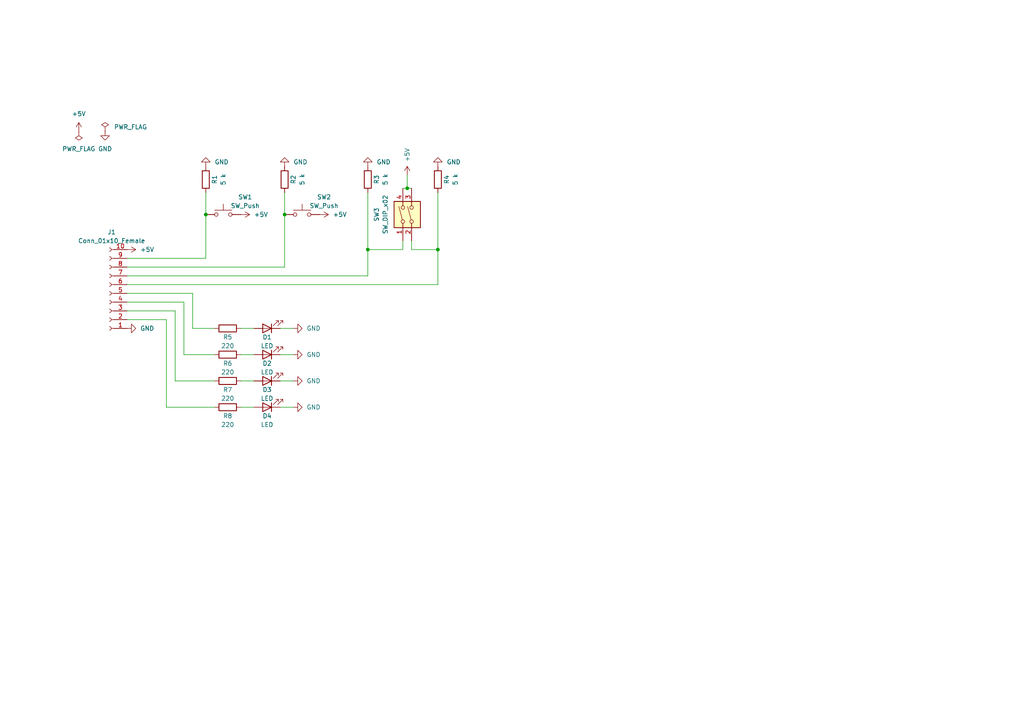
<source format=kicad_sch>
(kicad_sch (version 20211123) (generator eeschema)

  (uuid 3640103d-3380-4a5a-84bd-fdc9fa60027b)

  (paper "A4")

  (lib_symbols
    (symbol "Connector:Conn_01x10_Female" (pin_names (offset 1.016) hide) (in_bom yes) (on_board yes)
      (property "Reference" "J" (id 0) (at 0 12.7 0)
        (effects (font (size 1.27 1.27)))
      )
      (property "Value" "Conn_01x10_Female" (id 1) (at 0 -15.24 0)
        (effects (font (size 1.27 1.27)))
      )
      (property "Footprint" "" (id 2) (at 0 0 0)
        (effects (font (size 1.27 1.27)) hide)
      )
      (property "Datasheet" "~" (id 3) (at 0 0 0)
        (effects (font (size 1.27 1.27)) hide)
      )
      (property "ki_keywords" "connector" (id 4) (at 0 0 0)
        (effects (font (size 1.27 1.27)) hide)
      )
      (property "ki_description" "Generic connector, single row, 01x10, script generated (kicad-library-utils/schlib/autogen/connector/)" (id 5) (at 0 0 0)
        (effects (font (size 1.27 1.27)) hide)
      )
      (property "ki_fp_filters" "Connector*:*_1x??_*" (id 6) (at 0 0 0)
        (effects (font (size 1.27 1.27)) hide)
      )
      (symbol "Conn_01x10_Female_1_1"
        (arc (start 0 -12.192) (mid -0.508 -12.7) (end 0 -13.208)
          (stroke (width 0.1524) (type default) (color 0 0 0 0))
          (fill (type none))
        )
        (arc (start 0 -9.652) (mid -0.508 -10.16) (end 0 -10.668)
          (stroke (width 0.1524) (type default) (color 0 0 0 0))
          (fill (type none))
        )
        (arc (start 0 -7.112) (mid -0.508 -7.62) (end 0 -8.128)
          (stroke (width 0.1524) (type default) (color 0 0 0 0))
          (fill (type none))
        )
        (arc (start 0 -4.572) (mid -0.508 -5.08) (end 0 -5.588)
          (stroke (width 0.1524) (type default) (color 0 0 0 0))
          (fill (type none))
        )
        (arc (start 0 -2.032) (mid -0.508 -2.54) (end 0 -3.048)
          (stroke (width 0.1524) (type default) (color 0 0 0 0))
          (fill (type none))
        )
        (polyline
          (pts
            (xy -1.27 -12.7)
            (xy -0.508 -12.7)
          )
          (stroke (width 0.1524) (type default) (color 0 0 0 0))
          (fill (type none))
        )
        (polyline
          (pts
            (xy -1.27 -10.16)
            (xy -0.508 -10.16)
          )
          (stroke (width 0.1524) (type default) (color 0 0 0 0))
          (fill (type none))
        )
        (polyline
          (pts
            (xy -1.27 -7.62)
            (xy -0.508 -7.62)
          )
          (stroke (width 0.1524) (type default) (color 0 0 0 0))
          (fill (type none))
        )
        (polyline
          (pts
            (xy -1.27 -5.08)
            (xy -0.508 -5.08)
          )
          (stroke (width 0.1524) (type default) (color 0 0 0 0))
          (fill (type none))
        )
        (polyline
          (pts
            (xy -1.27 -2.54)
            (xy -0.508 -2.54)
          )
          (stroke (width 0.1524) (type default) (color 0 0 0 0))
          (fill (type none))
        )
        (polyline
          (pts
            (xy -1.27 0)
            (xy -0.508 0)
          )
          (stroke (width 0.1524) (type default) (color 0 0 0 0))
          (fill (type none))
        )
        (polyline
          (pts
            (xy -1.27 2.54)
            (xy -0.508 2.54)
          )
          (stroke (width 0.1524) (type default) (color 0 0 0 0))
          (fill (type none))
        )
        (polyline
          (pts
            (xy -1.27 5.08)
            (xy -0.508 5.08)
          )
          (stroke (width 0.1524) (type default) (color 0 0 0 0))
          (fill (type none))
        )
        (polyline
          (pts
            (xy -1.27 7.62)
            (xy -0.508 7.62)
          )
          (stroke (width 0.1524) (type default) (color 0 0 0 0))
          (fill (type none))
        )
        (polyline
          (pts
            (xy -1.27 10.16)
            (xy -0.508 10.16)
          )
          (stroke (width 0.1524) (type default) (color 0 0 0 0))
          (fill (type none))
        )
        (arc (start 0 0.508) (mid -0.508 0) (end 0 -0.508)
          (stroke (width 0.1524) (type default) (color 0 0 0 0))
          (fill (type none))
        )
        (arc (start 0 3.048) (mid -0.508 2.54) (end 0 2.032)
          (stroke (width 0.1524) (type default) (color 0 0 0 0))
          (fill (type none))
        )
        (arc (start 0 5.588) (mid -0.508 5.08) (end 0 4.572)
          (stroke (width 0.1524) (type default) (color 0 0 0 0))
          (fill (type none))
        )
        (arc (start 0 8.128) (mid -0.508 7.62) (end 0 7.112)
          (stroke (width 0.1524) (type default) (color 0 0 0 0))
          (fill (type none))
        )
        (arc (start 0 10.668) (mid -0.508 10.16) (end 0 9.652)
          (stroke (width 0.1524) (type default) (color 0 0 0 0))
          (fill (type none))
        )
        (pin passive line (at -5.08 10.16 0) (length 3.81)
          (name "Pin_1" (effects (font (size 1.27 1.27))))
          (number "1" (effects (font (size 1.27 1.27))))
        )
        (pin passive line (at -5.08 -12.7 0) (length 3.81)
          (name "Pin_10" (effects (font (size 1.27 1.27))))
          (number "10" (effects (font (size 1.27 1.27))))
        )
        (pin passive line (at -5.08 7.62 0) (length 3.81)
          (name "Pin_2" (effects (font (size 1.27 1.27))))
          (number "2" (effects (font (size 1.27 1.27))))
        )
        (pin passive line (at -5.08 5.08 0) (length 3.81)
          (name "Pin_3" (effects (font (size 1.27 1.27))))
          (number "3" (effects (font (size 1.27 1.27))))
        )
        (pin passive line (at -5.08 2.54 0) (length 3.81)
          (name "Pin_4" (effects (font (size 1.27 1.27))))
          (number "4" (effects (font (size 1.27 1.27))))
        )
        (pin passive line (at -5.08 0 0) (length 3.81)
          (name "Pin_5" (effects (font (size 1.27 1.27))))
          (number "5" (effects (font (size 1.27 1.27))))
        )
        (pin passive line (at -5.08 -2.54 0) (length 3.81)
          (name "Pin_6" (effects (font (size 1.27 1.27))))
          (number "6" (effects (font (size 1.27 1.27))))
        )
        (pin passive line (at -5.08 -5.08 0) (length 3.81)
          (name "Pin_7" (effects (font (size 1.27 1.27))))
          (number "7" (effects (font (size 1.27 1.27))))
        )
        (pin passive line (at -5.08 -7.62 0) (length 3.81)
          (name "Pin_8" (effects (font (size 1.27 1.27))))
          (number "8" (effects (font (size 1.27 1.27))))
        )
        (pin passive line (at -5.08 -10.16 0) (length 3.81)
          (name "Pin_9" (effects (font (size 1.27 1.27))))
          (number "9" (effects (font (size 1.27 1.27))))
        )
      )
    )
    (symbol "Device:LED" (pin_numbers hide) (pin_names (offset 1.016) hide) (in_bom yes) (on_board yes)
      (property "Reference" "D" (id 0) (at 0 2.54 0)
        (effects (font (size 1.27 1.27)))
      )
      (property "Value" "LED" (id 1) (at 0 -2.54 0)
        (effects (font (size 1.27 1.27)))
      )
      (property "Footprint" "" (id 2) (at 0 0 0)
        (effects (font (size 1.27 1.27)) hide)
      )
      (property "Datasheet" "~" (id 3) (at 0 0 0)
        (effects (font (size 1.27 1.27)) hide)
      )
      (property "ki_keywords" "LED diode" (id 4) (at 0 0 0)
        (effects (font (size 1.27 1.27)) hide)
      )
      (property "ki_description" "Light emitting diode" (id 5) (at 0 0 0)
        (effects (font (size 1.27 1.27)) hide)
      )
      (property "ki_fp_filters" "LED* LED_SMD:* LED_THT:*" (id 6) (at 0 0 0)
        (effects (font (size 1.27 1.27)) hide)
      )
      (symbol "LED_0_1"
        (polyline
          (pts
            (xy -1.27 -1.27)
            (xy -1.27 1.27)
          )
          (stroke (width 0.254) (type default) (color 0 0 0 0))
          (fill (type none))
        )
        (polyline
          (pts
            (xy -1.27 0)
            (xy 1.27 0)
          )
          (stroke (width 0) (type default) (color 0 0 0 0))
          (fill (type none))
        )
        (polyline
          (pts
            (xy 1.27 -1.27)
            (xy 1.27 1.27)
            (xy -1.27 0)
            (xy 1.27 -1.27)
          )
          (stroke (width 0.254) (type default) (color 0 0 0 0))
          (fill (type none))
        )
        (polyline
          (pts
            (xy -3.048 -0.762)
            (xy -4.572 -2.286)
            (xy -3.81 -2.286)
            (xy -4.572 -2.286)
            (xy -4.572 -1.524)
          )
          (stroke (width 0) (type default) (color 0 0 0 0))
          (fill (type none))
        )
        (polyline
          (pts
            (xy -1.778 -0.762)
            (xy -3.302 -2.286)
            (xy -2.54 -2.286)
            (xy -3.302 -2.286)
            (xy -3.302 -1.524)
          )
          (stroke (width 0) (type default) (color 0 0 0 0))
          (fill (type none))
        )
      )
      (symbol "LED_1_1"
        (pin passive line (at -3.81 0 0) (length 2.54)
          (name "K" (effects (font (size 1.27 1.27))))
          (number "1" (effects (font (size 1.27 1.27))))
        )
        (pin passive line (at 3.81 0 180) (length 2.54)
          (name "A" (effects (font (size 1.27 1.27))))
          (number "2" (effects (font (size 1.27 1.27))))
        )
      )
    )
    (symbol "Device:R" (pin_numbers hide) (pin_names (offset 0)) (in_bom yes) (on_board yes)
      (property "Reference" "R" (id 0) (at 2.032 0 90)
        (effects (font (size 1.27 1.27)))
      )
      (property "Value" "R" (id 1) (at 0 0 90)
        (effects (font (size 1.27 1.27)))
      )
      (property "Footprint" "" (id 2) (at -1.778 0 90)
        (effects (font (size 1.27 1.27)) hide)
      )
      (property "Datasheet" "~" (id 3) (at 0 0 0)
        (effects (font (size 1.27 1.27)) hide)
      )
      (property "ki_keywords" "R res resistor" (id 4) (at 0 0 0)
        (effects (font (size 1.27 1.27)) hide)
      )
      (property "ki_description" "Resistor" (id 5) (at 0 0 0)
        (effects (font (size 1.27 1.27)) hide)
      )
      (property "ki_fp_filters" "R_*" (id 6) (at 0 0 0)
        (effects (font (size 1.27 1.27)) hide)
      )
      (symbol "R_0_1"
        (rectangle (start -1.016 -2.54) (end 1.016 2.54)
          (stroke (width 0.254) (type default) (color 0 0 0 0))
          (fill (type none))
        )
      )
      (symbol "R_1_1"
        (pin passive line (at 0 3.81 270) (length 1.27)
          (name "~" (effects (font (size 1.27 1.27))))
          (number "1" (effects (font (size 1.27 1.27))))
        )
        (pin passive line (at 0 -3.81 90) (length 1.27)
          (name "~" (effects (font (size 1.27 1.27))))
          (number "2" (effects (font (size 1.27 1.27))))
        )
      )
    )
    (symbol "Switch:SW_DIP_x02" (pin_names (offset 0) hide) (in_bom yes) (on_board yes)
      (property "Reference" "SW" (id 0) (at 0 6.35 0)
        (effects (font (size 1.27 1.27)))
      )
      (property "Value" "SW_DIP_x02" (id 1) (at 0 -3.81 0)
        (effects (font (size 1.27 1.27)))
      )
      (property "Footprint" "" (id 2) (at 0 0 0)
        (effects (font (size 1.27 1.27)) hide)
      )
      (property "Datasheet" "~" (id 3) (at 0 0 0)
        (effects (font (size 1.27 1.27)) hide)
      )
      (property "ki_keywords" "dip switch" (id 4) (at 0 0 0)
        (effects (font (size 1.27 1.27)) hide)
      )
      (property "ki_description" "2x DIP Switch, Single Pole Single Throw (SPST) switch, small symbol" (id 5) (at 0 0 0)
        (effects (font (size 1.27 1.27)) hide)
      )
      (property "ki_fp_filters" "SW?DIP?x2*" (id 6) (at 0 0 0)
        (effects (font (size 1.27 1.27)) hide)
      )
      (symbol "SW_DIP_x02_0_0"
        (circle (center -2.032 0) (radius 0.508)
          (stroke (width 0) (type default) (color 0 0 0 0))
          (fill (type none))
        )
        (circle (center -2.032 2.54) (radius 0.508)
          (stroke (width 0) (type default) (color 0 0 0 0))
          (fill (type none))
        )
        (polyline
          (pts
            (xy -1.524 0.127)
            (xy 2.3622 1.1684)
          )
          (stroke (width 0) (type default) (color 0 0 0 0))
          (fill (type none))
        )
        (polyline
          (pts
            (xy -1.524 2.667)
            (xy 2.3622 3.7084)
          )
          (stroke (width 0) (type default) (color 0 0 0 0))
          (fill (type none))
        )
        (circle (center 2.032 0) (radius 0.508)
          (stroke (width 0) (type default) (color 0 0 0 0))
          (fill (type none))
        )
        (circle (center 2.032 2.54) (radius 0.508)
          (stroke (width 0) (type default) (color 0 0 0 0))
          (fill (type none))
        )
      )
      (symbol "SW_DIP_x02_0_1"
        (rectangle (start -3.81 5.08) (end 3.81 -2.54)
          (stroke (width 0.254) (type default) (color 0 0 0 0))
          (fill (type background))
        )
      )
      (symbol "SW_DIP_x02_1_1"
        (pin passive line (at -7.62 2.54 0) (length 5.08)
          (name "~" (effects (font (size 1.27 1.27))))
          (number "1" (effects (font (size 1.27 1.27))))
        )
        (pin passive line (at -7.62 0 0) (length 5.08)
          (name "~" (effects (font (size 1.27 1.27))))
          (number "2" (effects (font (size 1.27 1.27))))
        )
        (pin passive line (at 7.62 0 180) (length 5.08)
          (name "~" (effects (font (size 1.27 1.27))))
          (number "3" (effects (font (size 1.27 1.27))))
        )
        (pin passive line (at 7.62 2.54 180) (length 5.08)
          (name "~" (effects (font (size 1.27 1.27))))
          (number "4" (effects (font (size 1.27 1.27))))
        )
      )
    )
    (symbol "Switch:SW_Push" (pin_numbers hide) (pin_names (offset 1.016) hide) (in_bom yes) (on_board yes)
      (property "Reference" "SW" (id 0) (at 1.27 2.54 0)
        (effects (font (size 1.27 1.27)) (justify left))
      )
      (property "Value" "SW_Push" (id 1) (at 0 -1.524 0)
        (effects (font (size 1.27 1.27)))
      )
      (property "Footprint" "" (id 2) (at 0 5.08 0)
        (effects (font (size 1.27 1.27)) hide)
      )
      (property "Datasheet" "~" (id 3) (at 0 5.08 0)
        (effects (font (size 1.27 1.27)) hide)
      )
      (property "ki_keywords" "switch normally-open pushbutton push-button" (id 4) (at 0 0 0)
        (effects (font (size 1.27 1.27)) hide)
      )
      (property "ki_description" "Push button switch, generic, two pins" (id 5) (at 0 0 0)
        (effects (font (size 1.27 1.27)) hide)
      )
      (symbol "SW_Push_0_1"
        (circle (center -2.032 0) (radius 0.508)
          (stroke (width 0) (type default) (color 0 0 0 0))
          (fill (type none))
        )
        (polyline
          (pts
            (xy 0 1.27)
            (xy 0 3.048)
          )
          (stroke (width 0) (type default) (color 0 0 0 0))
          (fill (type none))
        )
        (polyline
          (pts
            (xy 2.54 1.27)
            (xy -2.54 1.27)
          )
          (stroke (width 0) (type default) (color 0 0 0 0))
          (fill (type none))
        )
        (circle (center 2.032 0) (radius 0.508)
          (stroke (width 0) (type default) (color 0 0 0 0))
          (fill (type none))
        )
        (pin passive line (at -5.08 0 0) (length 2.54)
          (name "1" (effects (font (size 1.27 1.27))))
          (number "1" (effects (font (size 1.27 1.27))))
        )
        (pin passive line (at 5.08 0 180) (length 2.54)
          (name "2" (effects (font (size 1.27 1.27))))
          (number "2" (effects (font (size 1.27 1.27))))
        )
      )
    )
    (symbol "power:+5V" (power) (pin_names (offset 0)) (in_bom yes) (on_board yes)
      (property "Reference" "#PWR" (id 0) (at 0 -3.81 0)
        (effects (font (size 1.27 1.27)) hide)
      )
      (property "Value" "+5V" (id 1) (at 0 3.556 0)
        (effects (font (size 1.27 1.27)))
      )
      (property "Footprint" "" (id 2) (at 0 0 0)
        (effects (font (size 1.27 1.27)) hide)
      )
      (property "Datasheet" "" (id 3) (at 0 0 0)
        (effects (font (size 1.27 1.27)) hide)
      )
      (property "ki_keywords" "power-flag" (id 4) (at 0 0 0)
        (effects (font (size 1.27 1.27)) hide)
      )
      (property "ki_description" "Power symbol creates a global label with name \"+5V\"" (id 5) (at 0 0 0)
        (effects (font (size 1.27 1.27)) hide)
      )
      (symbol "+5V_0_1"
        (polyline
          (pts
            (xy -0.762 1.27)
            (xy 0 2.54)
          )
          (stroke (width 0) (type default) (color 0 0 0 0))
          (fill (type none))
        )
        (polyline
          (pts
            (xy 0 0)
            (xy 0 2.54)
          )
          (stroke (width 0) (type default) (color 0 0 0 0))
          (fill (type none))
        )
        (polyline
          (pts
            (xy 0 2.54)
            (xy 0.762 1.27)
          )
          (stroke (width 0) (type default) (color 0 0 0 0))
          (fill (type none))
        )
      )
      (symbol "+5V_1_1"
        (pin power_in line (at 0 0 90) (length 0) hide
          (name "+5V" (effects (font (size 1.27 1.27))))
          (number "1" (effects (font (size 1.27 1.27))))
        )
      )
    )
    (symbol "power:GND" (power) (pin_names (offset 0)) (in_bom yes) (on_board yes)
      (property "Reference" "#PWR" (id 0) (at 0 -6.35 0)
        (effects (font (size 1.27 1.27)) hide)
      )
      (property "Value" "GND" (id 1) (at 0 -3.81 0)
        (effects (font (size 1.27 1.27)))
      )
      (property "Footprint" "" (id 2) (at 0 0 0)
        (effects (font (size 1.27 1.27)) hide)
      )
      (property "Datasheet" "" (id 3) (at 0 0 0)
        (effects (font (size 1.27 1.27)) hide)
      )
      (property "ki_keywords" "power-flag" (id 4) (at 0 0 0)
        (effects (font (size 1.27 1.27)) hide)
      )
      (property "ki_description" "Power symbol creates a global label with name \"GND\" , ground" (id 5) (at 0 0 0)
        (effects (font (size 1.27 1.27)) hide)
      )
      (symbol "GND_0_1"
        (polyline
          (pts
            (xy 0 0)
            (xy 0 -1.27)
            (xy 1.27 -1.27)
            (xy 0 -2.54)
            (xy -1.27 -1.27)
            (xy 0 -1.27)
          )
          (stroke (width 0) (type default) (color 0 0 0 0))
          (fill (type none))
        )
      )
      (symbol "GND_1_1"
        (pin power_in line (at 0 0 270) (length 0) hide
          (name "GND" (effects (font (size 1.27 1.27))))
          (number "1" (effects (font (size 1.27 1.27))))
        )
      )
    )
    (symbol "power:PWR_FLAG" (power) (pin_numbers hide) (pin_names (offset 0) hide) (in_bom yes) (on_board yes)
      (property "Reference" "#FLG" (id 0) (at 0 1.905 0)
        (effects (font (size 1.27 1.27)) hide)
      )
      (property "Value" "PWR_FLAG" (id 1) (at 0 3.81 0)
        (effects (font (size 1.27 1.27)))
      )
      (property "Footprint" "" (id 2) (at 0 0 0)
        (effects (font (size 1.27 1.27)) hide)
      )
      (property "Datasheet" "~" (id 3) (at 0 0 0)
        (effects (font (size 1.27 1.27)) hide)
      )
      (property "ki_keywords" "power-flag" (id 4) (at 0 0 0)
        (effects (font (size 1.27 1.27)) hide)
      )
      (property "ki_description" "Special symbol for telling ERC where power comes from" (id 5) (at 0 0 0)
        (effects (font (size 1.27 1.27)) hide)
      )
      (symbol "PWR_FLAG_0_0"
        (pin power_out line (at 0 0 90) (length 0)
          (name "pwr" (effects (font (size 1.27 1.27))))
          (number "1" (effects (font (size 1.27 1.27))))
        )
      )
      (symbol "PWR_FLAG_0_1"
        (polyline
          (pts
            (xy 0 0)
            (xy 0 1.27)
            (xy -1.016 1.905)
            (xy 0 2.54)
            (xy 1.016 1.905)
            (xy 0 1.27)
          )
          (stroke (width 0) (type default) (color 0 0 0 0))
          (fill (type none))
        )
      )
    )
  )

  (junction (at 59.69 62.23) (diameter 0) (color 0 0 0 0)
    (uuid 2dbd792f-54ac-46e4-bad5-192335a28978)
  )
  (junction (at 127 72.39) (diameter 0) (color 0 0 0 0)
    (uuid 439ab6ed-327f-4d51-b2d6-d9727025777c)
  )
  (junction (at 118.11 54.61) (diameter 0) (color 0 0 0 0)
    (uuid b0fa0f21-fb71-4ff8-af9f-839859012b68)
  )
  (junction (at 82.55 62.23) (diameter 0) (color 0 0 0 0)
    (uuid bd31bc8c-4dd3-48be-812d-45adc8cffde7)
  )
  (junction (at 106.68 72.39) (diameter 0) (color 0 0 0 0)
    (uuid df4c02b6-0a20-472b-a473-69033a9fceda)
  )

  (wire (pts (xy 82.55 55.88) (xy 82.55 62.23))
    (stroke (width 0) (type default) (color 0 0 0 0))
    (uuid 0e01116c-f802-4ff4-9bec-0747e672998e)
  )
  (wire (pts (xy 36.83 87.63) (xy 53.34 87.63))
    (stroke (width 0) (type default) (color 0 0 0 0))
    (uuid 16f42ac9-06d2-4838-bff1-533a932b5e06)
  )
  (wire (pts (xy 36.83 77.47) (xy 82.55 77.47))
    (stroke (width 0) (type default) (color 0 0 0 0))
    (uuid 1b0079a1-c722-4795-a9f9-8e6f616b980a)
  )
  (wire (pts (xy 36.83 92.71) (xy 48.26 92.71))
    (stroke (width 0) (type default) (color 0 0 0 0))
    (uuid 1b16f932-c900-447b-a3e4-2995bb17c1ce)
  )
  (wire (pts (xy 119.38 72.39) (xy 127 72.39))
    (stroke (width 0) (type default) (color 0 0 0 0))
    (uuid 1b2ab46d-68d9-4140-8fcb-6ca591165883)
  )
  (wire (pts (xy 118.11 50.8) (xy 118.11 54.61))
    (stroke (width 0) (type default) (color 0 0 0 0))
    (uuid 1f1c9304-8a76-4118-a9fa-aa0b200542ad)
  )
  (wire (pts (xy 50.8 110.49) (xy 62.23 110.49))
    (stroke (width 0) (type default) (color 0 0 0 0))
    (uuid 2521f206-6b6e-43e9-b73f-b1f025ae58ec)
  )
  (wire (pts (xy 81.28 118.11) (xy 85.09 118.11))
    (stroke (width 0) (type default) (color 0 0 0 0))
    (uuid 2bf8ec8a-cc7a-4331-ba19-f7936ac8ae5d)
  )
  (wire (pts (xy 59.69 74.93) (xy 36.83 74.93))
    (stroke (width 0) (type default) (color 0 0 0 0))
    (uuid 3d435f92-c0a3-4eb9-a9d7-77441ee5a4d0)
  )
  (wire (pts (xy 36.83 85.09) (xy 55.88 85.09))
    (stroke (width 0) (type default) (color 0 0 0 0))
    (uuid 41c89eb3-b3ca-4b6e-b9c7-180c41cc28a9)
  )
  (wire (pts (xy 127 55.88) (xy 127 72.39))
    (stroke (width 0) (type default) (color 0 0 0 0))
    (uuid 4470f8df-2d2a-4f70-af61-cf06d9e24667)
  )
  (wire (pts (xy 36.83 82.55) (xy 127 82.55))
    (stroke (width 0) (type default) (color 0 0 0 0))
    (uuid 557076dc-9b50-4180-8a9d-ea55060b3199)
  )
  (wire (pts (xy 53.34 102.87) (xy 62.23 102.87))
    (stroke (width 0) (type default) (color 0 0 0 0))
    (uuid 564435be-e97a-414a-823a-fd2bac62fc43)
  )
  (wire (pts (xy 81.28 95.25) (xy 85.09 95.25))
    (stroke (width 0) (type default) (color 0 0 0 0))
    (uuid 60b62d9f-6583-4401-b9ca-21bfea015d70)
  )
  (wire (pts (xy 48.26 92.71) (xy 48.26 118.11))
    (stroke (width 0) (type default) (color 0 0 0 0))
    (uuid 66152a69-1f33-4b1b-a268-8b0b5c22fde5)
  )
  (wire (pts (xy 116.84 69.85) (xy 116.84 72.39))
    (stroke (width 0) (type default) (color 0 0 0 0))
    (uuid 756d280b-175c-41c9-b8d9-c9bfd5c98118)
  )
  (wire (pts (xy 118.11 54.61) (xy 116.84 54.61))
    (stroke (width 0) (type default) (color 0 0 0 0))
    (uuid 7e1fdd25-a8a1-4fd7-a5eb-af4eaa979aa9)
  )
  (wire (pts (xy 59.69 62.23) (xy 59.69 74.93))
    (stroke (width 0) (type default) (color 0 0 0 0))
    (uuid 7f7f7383-2bb9-42c1-b9b0-f31e18cd7725)
  )
  (wire (pts (xy 50.8 90.17) (xy 50.8 110.49))
    (stroke (width 0) (type default) (color 0 0 0 0))
    (uuid 84ad55b8-16a4-41c0-8b40-a28061c31023)
  )
  (wire (pts (xy 53.34 87.63) (xy 53.34 102.87))
    (stroke (width 0) (type default) (color 0 0 0 0))
    (uuid 92c288e5-cf1f-4324-adc0-f73c50b2bd32)
  )
  (wire (pts (xy 36.83 90.17) (xy 50.8 90.17))
    (stroke (width 0) (type default) (color 0 0 0 0))
    (uuid 9361baa3-64ba-4348-bc58-b9e618355439)
  )
  (wire (pts (xy 118.11 54.61) (xy 119.38 54.61))
    (stroke (width 0) (type default) (color 0 0 0 0))
    (uuid 93811bdc-632f-492a-8ade-0788169a8a87)
  )
  (wire (pts (xy 69.85 110.49) (xy 73.66 110.49))
    (stroke (width 0) (type default) (color 0 0 0 0))
    (uuid 94d73e2c-94ae-442a-9231-2a6cb2f40bcd)
  )
  (wire (pts (xy 62.23 95.25) (xy 55.88 95.25))
    (stroke (width 0) (type default) (color 0 0 0 0))
    (uuid ad23bcd9-c324-4ca0-8295-d1ccd370241f)
  )
  (wire (pts (xy 36.83 80.01) (xy 106.68 80.01))
    (stroke (width 0) (type default) (color 0 0 0 0))
    (uuid b08d0151-e64d-4c2e-a886-25252dc6aced)
  )
  (wire (pts (xy 81.28 102.87) (xy 85.09 102.87))
    (stroke (width 0) (type default) (color 0 0 0 0))
    (uuid b811822b-1554-49fe-a3f8-aac71def992a)
  )
  (wire (pts (xy 55.88 85.09) (xy 55.88 95.25))
    (stroke (width 0) (type default) (color 0 0 0 0))
    (uuid b911e4d6-0a79-479e-8e4d-3016fa13f2e8)
  )
  (wire (pts (xy 106.68 72.39) (xy 106.68 80.01))
    (stroke (width 0) (type default) (color 0 0 0 0))
    (uuid be446dfd-7d8e-4079-8224-5c2ac4223440)
  )
  (wire (pts (xy 59.69 55.88) (xy 59.69 62.23))
    (stroke (width 0) (type default) (color 0 0 0 0))
    (uuid c13862c3-3794-4632-8f58-3bc389c0d1c4)
  )
  (wire (pts (xy 69.85 95.25) (xy 73.66 95.25))
    (stroke (width 0) (type default) (color 0 0 0 0))
    (uuid cc4c680a-7f90-4e7e-b36c-8581eab870f2)
  )
  (wire (pts (xy 48.26 118.11) (xy 62.23 118.11))
    (stroke (width 0) (type default) (color 0 0 0 0))
    (uuid ccf58435-2310-4741-b838-8113bb4fe93c)
  )
  (wire (pts (xy 69.85 102.87) (xy 73.66 102.87))
    (stroke (width 0) (type default) (color 0 0 0 0))
    (uuid d2aff72b-24ae-4cb1-a1a3-dff6941413ff)
  )
  (wire (pts (xy 69.85 118.11) (xy 73.66 118.11))
    (stroke (width 0) (type default) (color 0 0 0 0))
    (uuid d879e8ed-de52-4db2-a742-d1837f11e32e)
  )
  (wire (pts (xy 119.38 69.85) (xy 119.38 72.39))
    (stroke (width 0) (type default) (color 0 0 0 0))
    (uuid e1c16217-0c06-454b-8124-6d20e753684e)
  )
  (wire (pts (xy 81.28 110.49) (xy 85.09 110.49))
    (stroke (width 0) (type default) (color 0 0 0 0))
    (uuid e3c1d129-ef93-4fd9-9cae-a47db6af44c9)
  )
  (wire (pts (xy 127 72.39) (xy 127 82.55))
    (stroke (width 0) (type default) (color 0 0 0 0))
    (uuid e79ca79c-c423-4d7d-9bab-3b3b32e63cb2)
  )
  (wire (pts (xy 82.55 77.47) (xy 82.55 62.23))
    (stroke (width 0) (type default) (color 0 0 0 0))
    (uuid f5028fa2-fe1b-4520-bbf2-9067a9352fb2)
  )
  (wire (pts (xy 106.68 55.88) (xy 106.68 72.39))
    (stroke (width 0) (type default) (color 0 0 0 0))
    (uuid f612054e-231e-48e3-8dae-d902e4aac055)
  )
  (wire (pts (xy 106.68 72.39) (xy 116.84 72.39))
    (stroke (width 0) (type default) (color 0 0 0 0))
    (uuid f6180a0a-4688-485a-8862-1a1fe3dc8b99)
  )

  (symbol (lib_id "Switch:SW_Push") (at 87.63 62.23 0) (unit 1)
    (in_bom yes) (on_board yes)
    (uuid 2d053fb0-1af1-4f0e-846b-962cc80623c1)
    (property "Reference" "SW2" (id 0) (at 93.98 57.15 0))
    (property "Value" "SW_Push" (id 1) (at 93.98 59.69 0))
    (property "Footprint" "Button_Switch_THT:SW_PUSH_6mm_H7.3mm" (id 2) (at 87.63 57.15 0)
      (effects (font (size 1.27 1.27)) hide)
    )
    (property "Datasheet" "~" (id 3) (at 87.63 57.15 0)
      (effects (font (size 1.27 1.27)) hide)
    )
    (pin "1" (uuid 8d2c07ba-879b-4eec-9662-5c23143eafa5))
    (pin "2" (uuid e26d5430-b378-4944-a04e-d544d05e71c8))
  )

  (symbol (lib_id "Device:R") (at 59.69 52.07 180) (unit 1)
    (in_bom yes) (on_board yes)
    (uuid 3bc7a19c-ada1-40ca-93c3-98fc697ce41c)
    (property "Reference" "R1" (id 0) (at 62.23 52.07 90))
    (property "Value" "5 k" (id 1) (at 64.77 52.07 90))
    (property "Footprint" "Resistor_THT:R_Axial_DIN0207_L6.3mm_D2.5mm_P10.16mm_Horizontal" (id 2) (at 61.468 52.07 90)
      (effects (font (size 1.27 1.27)) hide)
    )
    (property "Datasheet" "~" (id 3) (at 59.69 52.07 0)
      (effects (font (size 1.27 1.27)) hide)
    )
    (pin "1" (uuid 9e6c607e-25e5-45cb-9fa3-cf3efa185d0d))
    (pin "2" (uuid d49ab63b-7114-495f-a013-59ea96823016))
  )

  (symbol (lib_id "power:GND") (at 106.68 48.26 180) (unit 1)
    (in_bom yes) (on_board yes) (fields_autoplaced)
    (uuid 4b13a273-e408-4f82-825e-25ef78a79aa6)
    (property "Reference" "#PWR03" (id 0) (at 106.68 41.91 0)
      (effects (font (size 1.27 1.27)) hide)
    )
    (property "Value" "GND" (id 1) (at 109.22 46.9899 0)
      (effects (font (size 1.27 1.27)) (justify right))
    )
    (property "Footprint" "" (id 2) (at 106.68 48.26 0)
      (effects (font (size 1.27 1.27)) hide)
    )
    (property "Datasheet" "" (id 3) (at 106.68 48.26 0)
      (effects (font (size 1.27 1.27)) hide)
    )
    (pin "1" (uuid d4d7366a-9632-4de3-9044-7bd5d8df7910))
  )

  (symbol (lib_id "Device:R") (at 82.55 52.07 180) (unit 1)
    (in_bom yes) (on_board yes)
    (uuid 4beaeacd-dc30-4826-abd9-13fb8fc023ec)
    (property "Reference" "R2" (id 0) (at 85.09 52.07 90))
    (property "Value" "5 k" (id 1) (at 87.63 52.07 90))
    (property "Footprint" "Resistor_THT:R_Axial_DIN0207_L6.3mm_D2.5mm_P10.16mm_Horizontal" (id 2) (at 84.328 52.07 90)
      (effects (font (size 1.27 1.27)) hide)
    )
    (property "Datasheet" "~" (id 3) (at 82.55 52.07 0)
      (effects (font (size 1.27 1.27)) hide)
    )
    (pin "1" (uuid c121f121-f2a7-431e-80a1-d55c0bf17927))
    (pin "2" (uuid 9088677e-26bd-4150-bdb0-aacf1dd95521))
  )

  (symbol (lib_id "Device:LED") (at 77.47 102.87 180) (unit 1)
    (in_bom yes) (on_board yes)
    (uuid 50fa6250-7fcb-4185-9254-4aa8f62158f3)
    (property "Reference" "D2" (id 0) (at 77.47 105.41 0))
    (property "Value" "LED" (id 1) (at 77.47 107.95 0))
    (property "Footprint" "LED_THT:LED_D3.0mm" (id 2) (at 77.47 102.87 0)
      (effects (font (size 1.27 1.27)) hide)
    )
    (property "Datasheet" "~" (id 3) (at 77.47 102.87 0)
      (effects (font (size 1.27 1.27)) hide)
    )
    (pin "1" (uuid 086f4246-47d2-4879-8f1c-13911b18833f))
    (pin "2" (uuid 68bf9fba-1d14-46e4-94e4-3fe1bb44b909))
  )

  (symbol (lib_id "Device:R") (at 66.04 102.87 90) (unit 1)
    (in_bom yes) (on_board yes)
    (uuid 525bada6-3ed9-4245-b172-22859d87cb40)
    (property "Reference" "R6" (id 0) (at 66.04 105.41 90))
    (property "Value" "220" (id 1) (at 66.04 107.95 90))
    (property "Footprint" "Resistor_THT:R_Axial_DIN0207_L6.3mm_D2.5mm_P10.16mm_Horizontal" (id 2) (at 66.04 104.648 90)
      (effects (font (size 1.27 1.27)) hide)
    )
    (property "Datasheet" "~" (id 3) (at 66.04 102.87 0)
      (effects (font (size 1.27 1.27)) hide)
    )
    (pin "1" (uuid 2080d59d-7cd3-4c90-a277-a9eda82a591a))
    (pin "2" (uuid d5f1d98a-d977-423c-9d6d-ba73fc00aaff))
  )

  (symbol (lib_id "Device:LED") (at 77.47 95.25 180) (unit 1)
    (in_bom yes) (on_board yes)
    (uuid 5e6b3e5e-1038-43d3-9c66-dca427a87484)
    (property "Reference" "D1" (id 0) (at 77.47 97.79 0))
    (property "Value" "LED" (id 1) (at 77.47 100.33 0))
    (property "Footprint" "LED_THT:LED_D3.0mm" (id 2) (at 77.47 95.25 0)
      (effects (font (size 1.27 1.27)) hide)
    )
    (property "Datasheet" "~" (id 3) (at 77.47 95.25 0)
      (effects (font (size 1.27 1.27)) hide)
    )
    (pin "1" (uuid 4014ea5b-b033-4eb6-9096-07c79e1e0490))
    (pin "2" (uuid 3b33496c-a3e3-4f10-9f2e-02fd05e24546))
  )

  (symbol (lib_id "power:GND") (at 59.69 48.26 180) (unit 1)
    (in_bom yes) (on_board yes) (fields_autoplaced)
    (uuid 6809b97a-d5fc-471e-a859-b209bbc0714a)
    (property "Reference" "#PWR01" (id 0) (at 59.69 41.91 0)
      (effects (font (size 1.27 1.27)) hide)
    )
    (property "Value" "GND" (id 1) (at 62.23 46.9899 0)
      (effects (font (size 1.27 1.27)) (justify right))
    )
    (property "Footprint" "" (id 2) (at 59.69 48.26 0)
      (effects (font (size 1.27 1.27)) hide)
    )
    (property "Datasheet" "" (id 3) (at 59.69 48.26 0)
      (effects (font (size 1.27 1.27)) hide)
    )
    (pin "1" (uuid fb2602be-f01b-4c50-b3ea-d2cdb446d283))
  )

  (symbol (lib_id "Device:LED") (at 77.47 118.11 180) (unit 1)
    (in_bom yes) (on_board yes)
    (uuid 6ac1eb58-ab35-46bf-a9f4-3fea1e764cf6)
    (property "Reference" "D4" (id 0) (at 77.47 120.65 0))
    (property "Value" "LED" (id 1) (at 77.47 123.19 0))
    (property "Footprint" "LED_THT:LED_D3.0mm" (id 2) (at 77.47 118.11 0)
      (effects (font (size 1.27 1.27)) hide)
    )
    (property "Datasheet" "~" (id 3) (at 77.47 118.11 0)
      (effects (font (size 1.27 1.27)) hide)
    )
    (pin "1" (uuid 13b5d43c-ab6c-472d-b819-50e6db7a2432))
    (pin "2" (uuid 48732ba7-d04c-42c6-a2bf-79f853774d71))
  )

  (symbol (lib_id "power:+5V") (at 36.83 72.39 270) (unit 1)
    (in_bom yes) (on_board yes) (fields_autoplaced)
    (uuid 6ea35591-b792-4445-b85f-8d434bec1a0a)
    (property "Reference" "#PWR08" (id 0) (at 33.02 72.39 0)
      (effects (font (size 1.27 1.27)) hide)
    )
    (property "Value" "+5V" (id 1) (at 40.64 72.3899 90)
      (effects (font (size 1.27 1.27)) (justify left))
    )
    (property "Footprint" "" (id 2) (at 36.83 72.39 0)
      (effects (font (size 1.27 1.27)) hide)
    )
    (property "Datasheet" "" (id 3) (at 36.83 72.39 0)
      (effects (font (size 1.27 1.27)) hide)
    )
    (pin "1" (uuid 26dc9432-4d20-42a1-a8e0-c14028f937f8))
  )

  (symbol (lib_id "power:+5V") (at 92.71 62.23 270) (unit 1)
    (in_bom yes) (on_board yes) (fields_autoplaced)
    (uuid 6ec88fa3-a532-46fa-b9fe-6ecbd4edc3da)
    (property "Reference" "#PWR07" (id 0) (at 88.9 62.23 0)
      (effects (font (size 1.27 1.27)) hide)
    )
    (property "Value" "+5V" (id 1) (at 96.52 62.2299 90)
      (effects (font (size 1.27 1.27)) (justify left))
    )
    (property "Footprint" "" (id 2) (at 92.71 62.23 0)
      (effects (font (size 1.27 1.27)) hide)
    )
    (property "Datasheet" "" (id 3) (at 92.71 62.23 0)
      (effects (font (size 1.27 1.27)) hide)
    )
    (pin "1" (uuid 58583197-b413-4ca4-a3eb-00e273bceef6))
  )

  (symbol (lib_id "Device:R") (at 106.68 52.07 180) (unit 1)
    (in_bom yes) (on_board yes)
    (uuid 7b0232f8-1402-4a88-9d1a-50bdbea7d8fe)
    (property "Reference" "R3" (id 0) (at 109.22 52.07 90))
    (property "Value" "5 k" (id 1) (at 111.76 52.07 90))
    (property "Footprint" "Resistor_THT:R_Axial_DIN0207_L6.3mm_D2.5mm_P10.16mm_Horizontal" (id 2) (at 108.458 52.07 90)
      (effects (font (size 1.27 1.27)) hide)
    )
    (property "Datasheet" "~" (id 3) (at 106.68 52.07 0)
      (effects (font (size 1.27 1.27)) hide)
    )
    (pin "1" (uuid a1c97ad4-956b-4dfc-9b7a-595310abf522))
    (pin "2" (uuid fc28ce84-a796-4e71-875f-bbc5c67e7f3b))
  )

  (symbol (lib_id "power:+5V") (at 22.86 38.1 0) (unit 1)
    (in_bom yes) (on_board yes) (fields_autoplaced)
    (uuid 7e0571ee-2bf3-4b86-95f6-412c70b00efa)
    (property "Reference" "#PWR0101" (id 0) (at 22.86 41.91 0)
      (effects (font (size 1.27 1.27)) hide)
    )
    (property "Value" "+5V" (id 1) (at 22.86 33.02 0))
    (property "Footprint" "" (id 2) (at 22.86 38.1 0)
      (effects (font (size 1.27 1.27)) hide)
    )
    (property "Datasheet" "" (id 3) (at 22.86 38.1 0)
      (effects (font (size 1.27 1.27)) hide)
    )
    (pin "1" (uuid d572c588-fe52-4cc5-8b5d-a328a59765aa))
  )

  (symbol (lib_id "power:GND") (at 85.09 102.87 90) (unit 1)
    (in_bom yes) (on_board yes) (fields_autoplaced)
    (uuid 8188cc7c-fc00-4c02-ae36-189e1a2984a7)
    (property "Reference" "#PWR011" (id 0) (at 91.44 102.87 0)
      (effects (font (size 1.27 1.27)) hide)
    )
    (property "Value" "GND" (id 1) (at 88.9 102.8699 90)
      (effects (font (size 1.27 1.27)) (justify right))
    )
    (property "Footprint" "" (id 2) (at 85.09 102.87 0)
      (effects (font (size 1.27 1.27)) hide)
    )
    (property "Datasheet" "" (id 3) (at 85.09 102.87 0)
      (effects (font (size 1.27 1.27)) hide)
    )
    (pin "1" (uuid 45f29e19-fded-4920-ad39-5910cdeca376))
  )

  (symbol (lib_id "Connector:Conn_01x10_Female") (at 31.75 85.09 180) (unit 1)
    (in_bom yes) (on_board yes) (fields_autoplaced)
    (uuid 825a3efd-5cae-443a-b01f-e5d368b24ff8)
    (property "Reference" "J1" (id 0) (at 32.385 67.31 0))
    (property "Value" "Conn_01x10_Female" (id 1) (at 32.385 69.85 0))
    (property "Footprint" "Connector_PinHeader_2.54mm:PinHeader_2x05_P2.54mm_Vertical" (id 2) (at 31.75 85.09 0)
      (effects (font (size 1.27 1.27)) hide)
    )
    (property "Datasheet" "~" (id 3) (at 31.75 85.09 0)
      (effects (font (size 1.27 1.27)) hide)
    )
    (pin "1" (uuid 75d11e9b-54b0-487d-b9e3-8527530bcb92))
    (pin "10" (uuid 1c0149c8-5eef-4871-943d-ea76fdfd87d7))
    (pin "2" (uuid e2c6778d-3e31-45cc-94f1-de0689953ee1))
    (pin "3" (uuid c235f6b2-5a7a-4a74-ae88-9b33853ab58f))
    (pin "4" (uuid a63be73a-b477-4753-971e-7d227b421627))
    (pin "5" (uuid ec9d4ef8-9bc7-4739-8733-f32a79f244c8))
    (pin "6" (uuid e56973cd-7c05-49fd-ad81-ba895543c82c))
    (pin "7" (uuid 0f6c5405-4e1a-4e2b-8e35-6422960378a8))
    (pin "8" (uuid 7be46f82-2ba9-43b8-a599-35a4a97b474e))
    (pin "9" (uuid 0addc882-389e-4a9a-b643-055324225c76))
  )

  (symbol (lib_id "power:GND") (at 36.83 95.25 90) (unit 1)
    (in_bom yes) (on_board yes) (fields_autoplaced)
    (uuid 83f37ae4-ee9c-4b81-906a-5a3bc62a494d)
    (property "Reference" "#PWR09" (id 0) (at 43.18 95.25 0)
      (effects (font (size 1.27 1.27)) hide)
    )
    (property "Value" "GND" (id 1) (at 40.64 95.2499 90)
      (effects (font (size 1.27 1.27)) (justify right))
    )
    (property "Footprint" "" (id 2) (at 36.83 95.25 0)
      (effects (font (size 1.27 1.27)) hide)
    )
    (property "Datasheet" "" (id 3) (at 36.83 95.25 0)
      (effects (font (size 1.27 1.27)) hide)
    )
    (pin "1" (uuid 10401b65-cc98-4fe8-a9ea-f55251bc1aa9))
  )

  (symbol (lib_id "power:+5V") (at 69.85 62.23 270) (unit 1)
    (in_bom yes) (on_board yes) (fields_autoplaced)
    (uuid 8a09447b-68b6-4d7f-adab-0e026bcd10a0)
    (property "Reference" "#PWR06" (id 0) (at 66.04 62.23 0)
      (effects (font (size 1.27 1.27)) hide)
    )
    (property "Value" "+5V" (id 1) (at 73.66 62.2299 90)
      (effects (font (size 1.27 1.27)) (justify left))
    )
    (property "Footprint" "" (id 2) (at 69.85 62.23 0)
      (effects (font (size 1.27 1.27)) hide)
    )
    (property "Datasheet" "" (id 3) (at 69.85 62.23 0)
      (effects (font (size 1.27 1.27)) hide)
    )
    (pin "1" (uuid 8e1b23e8-f22e-4623-8f94-454792d5ca94))
  )

  (symbol (lib_id "power:GND") (at 82.55 48.26 180) (unit 1)
    (in_bom yes) (on_board yes) (fields_autoplaced)
    (uuid 8c7c250f-090f-4bdf-95a9-b105b6b985c3)
    (property "Reference" "#PWR02" (id 0) (at 82.55 41.91 0)
      (effects (font (size 1.27 1.27)) hide)
    )
    (property "Value" "GND" (id 1) (at 85.09 46.9899 0)
      (effects (font (size 1.27 1.27)) (justify right))
    )
    (property "Footprint" "" (id 2) (at 82.55 48.26 0)
      (effects (font (size 1.27 1.27)) hide)
    )
    (property "Datasheet" "" (id 3) (at 82.55 48.26 0)
      (effects (font (size 1.27 1.27)) hide)
    )
    (pin "1" (uuid 0ce63d9b-9759-458b-8888-d920c2075958))
  )

  (symbol (lib_id "power:GND") (at 85.09 110.49 90) (unit 1)
    (in_bom yes) (on_board yes) (fields_autoplaced)
    (uuid 970b4805-47c5-4314-b5c6-a7aaaf778b14)
    (property "Reference" "#PWR012" (id 0) (at 91.44 110.49 0)
      (effects (font (size 1.27 1.27)) hide)
    )
    (property "Value" "GND" (id 1) (at 88.9 110.4899 90)
      (effects (font (size 1.27 1.27)) (justify right))
    )
    (property "Footprint" "" (id 2) (at 85.09 110.49 0)
      (effects (font (size 1.27 1.27)) hide)
    )
    (property "Datasheet" "" (id 3) (at 85.09 110.49 0)
      (effects (font (size 1.27 1.27)) hide)
    )
    (pin "1" (uuid 8b7f2868-4bc0-445f-8697-d96769a2cb06))
  )

  (symbol (lib_id "power:PWR_FLAG") (at 30.48 38.1 0) (unit 1)
    (in_bom yes) (on_board yes) (fields_autoplaced)
    (uuid a934f10e-3b88-4739-b98d-a9e0ad8d55ed)
    (property "Reference" "#FLG0102" (id 0) (at 30.48 36.195 0)
      (effects (font (size 1.27 1.27)) hide)
    )
    (property "Value" "PWR_FLAG" (id 1) (at 33.02 36.8299 0)
      (effects (font (size 1.27 1.27)) (justify left))
    )
    (property "Footprint" "" (id 2) (at 30.48 38.1 0)
      (effects (font (size 1.27 1.27)) hide)
    )
    (property "Datasheet" "~" (id 3) (at 30.48 38.1 0)
      (effects (font (size 1.27 1.27)) hide)
    )
    (pin "1" (uuid 6fdf14f4-bb92-4219-9a1a-4d73275239e6))
  )

  (symbol (lib_id "power:+5V") (at 118.11 50.8 0) (unit 1)
    (in_bom yes) (on_board yes) (fields_autoplaced)
    (uuid ab64d251-edbc-4025-8ecf-6cc348627a1d)
    (property "Reference" "#PWR05" (id 0) (at 118.11 54.61 0)
      (effects (font (size 1.27 1.27)) hide)
    )
    (property "Value" "+5V" (id 1) (at 118.1099 46.99 90)
      (effects (font (size 1.27 1.27)) (justify left))
    )
    (property "Footprint" "" (id 2) (at 118.11 50.8 0)
      (effects (font (size 1.27 1.27)) hide)
    )
    (property "Datasheet" "" (id 3) (at 118.11 50.8 0)
      (effects (font (size 1.27 1.27)) hide)
    )
    (pin "1" (uuid f0ae5b18-075c-48af-be0f-5ba2e300295e))
  )

  (symbol (lib_id "Device:R") (at 66.04 118.11 90) (unit 1)
    (in_bom yes) (on_board yes)
    (uuid b139ab4e-a98e-4531-898a-6877b72a3d99)
    (property "Reference" "R8" (id 0) (at 66.04 120.65 90))
    (property "Value" "220" (id 1) (at 66.04 123.19 90))
    (property "Footprint" "Resistor_THT:R_Axial_DIN0207_L6.3mm_D2.5mm_P10.16mm_Horizontal" (id 2) (at 66.04 119.888 90)
      (effects (font (size 1.27 1.27)) hide)
    )
    (property "Datasheet" "~" (id 3) (at 66.04 118.11 0)
      (effects (font (size 1.27 1.27)) hide)
    )
    (pin "1" (uuid bfb8446c-082b-4aca-9327-11878330c8a3))
    (pin "2" (uuid e29f75b1-7480-471d-b28f-bc1b7e59ad69))
  )

  (symbol (lib_id "Device:LED") (at 77.47 110.49 180) (unit 1)
    (in_bom yes) (on_board yes)
    (uuid b18be6a0-b123-4c9a-9c50-77424e7e8e51)
    (property "Reference" "D3" (id 0) (at 77.47 113.03 0))
    (property "Value" "LED" (id 1) (at 77.47 115.57 0))
    (property "Footprint" "LED_THT:LED_D3.0mm" (id 2) (at 77.47 110.49 0)
      (effects (font (size 1.27 1.27)) hide)
    )
    (property "Datasheet" "~" (id 3) (at 77.47 110.49 0)
      (effects (font (size 1.27 1.27)) hide)
    )
    (pin "1" (uuid 1e5ba14a-d76a-436c-b8dd-cd7ea4652258))
    (pin "2" (uuid 47b4cd2b-4043-4e4e-982a-ad2eb93433fb))
  )

  (symbol (lib_id "power:GND") (at 85.09 95.25 90) (unit 1)
    (in_bom yes) (on_board yes) (fields_autoplaced)
    (uuid b7278efd-6e68-4fdb-9f3b-bd9659efdc5c)
    (property "Reference" "#PWR010" (id 0) (at 91.44 95.25 0)
      (effects (font (size 1.27 1.27)) hide)
    )
    (property "Value" "GND" (id 1) (at 88.9 95.2499 90)
      (effects (font (size 1.27 1.27)) (justify right))
    )
    (property "Footprint" "" (id 2) (at 85.09 95.25 0)
      (effects (font (size 1.27 1.27)) hide)
    )
    (property "Datasheet" "" (id 3) (at 85.09 95.25 0)
      (effects (font (size 1.27 1.27)) hide)
    )
    (pin "1" (uuid d71b7315-2744-4058-82a3-36b3eeb7eb42))
  )

  (symbol (lib_id "power:GND") (at 30.48 38.1 0) (unit 1)
    (in_bom yes) (on_board yes) (fields_autoplaced)
    (uuid c157dacc-0424-4736-8172-3d6cc404b369)
    (property "Reference" "#PWR0102" (id 0) (at 30.48 44.45 0)
      (effects (font (size 1.27 1.27)) hide)
    )
    (property "Value" "GND" (id 1) (at 30.48 43.18 0))
    (property "Footprint" "" (id 2) (at 30.48 38.1 0)
      (effects (font (size 1.27 1.27)) hide)
    )
    (property "Datasheet" "" (id 3) (at 30.48 38.1 0)
      (effects (font (size 1.27 1.27)) hide)
    )
    (pin "1" (uuid ba452b49-c214-45df-abfc-1965f084aef6))
  )

  (symbol (lib_id "power:GND") (at 85.09 118.11 90) (unit 1)
    (in_bom yes) (on_board yes) (fields_autoplaced)
    (uuid c4aae7c7-8f39-415a-9582-63af69770bdd)
    (property "Reference" "#PWR013" (id 0) (at 91.44 118.11 0)
      (effects (font (size 1.27 1.27)) hide)
    )
    (property "Value" "GND" (id 1) (at 88.9 118.1099 90)
      (effects (font (size 1.27 1.27)) (justify right))
    )
    (property "Footprint" "" (id 2) (at 85.09 118.11 0)
      (effects (font (size 1.27 1.27)) hide)
    )
    (property "Datasheet" "" (id 3) (at 85.09 118.11 0)
      (effects (font (size 1.27 1.27)) hide)
    )
    (pin "1" (uuid 80442851-b2aa-44a9-8d98-18aafb428a95))
  )

  (symbol (lib_id "power:PWR_FLAG") (at 22.86 38.1 180) (unit 1)
    (in_bom yes) (on_board yes) (fields_autoplaced)
    (uuid d480d87c-bcd2-49e4-b15f-5ede46d52016)
    (property "Reference" "#FLG0101" (id 0) (at 22.86 40.005 0)
      (effects (font (size 1.27 1.27)) hide)
    )
    (property "Value" "PWR_FLAG" (id 1) (at 22.86 43.18 0))
    (property "Footprint" "" (id 2) (at 22.86 38.1 0)
      (effects (font (size 1.27 1.27)) hide)
    )
    (property "Datasheet" "~" (id 3) (at 22.86 38.1 0)
      (effects (font (size 1.27 1.27)) hide)
    )
    (pin "1" (uuid 5b84aac5-db34-4224-904c-85fbc79b102c))
  )

  (symbol (lib_id "Device:R") (at 66.04 95.25 90) (unit 1)
    (in_bom yes) (on_board yes)
    (uuid df43a961-d41d-4b6a-95bc-18540fba9b5d)
    (property "Reference" "R5" (id 0) (at 66.04 97.79 90))
    (property "Value" "220" (id 1) (at 66.04 100.33 90))
    (property "Footprint" "Resistor_THT:R_Axial_DIN0207_L6.3mm_D2.5mm_P10.16mm_Horizontal" (id 2) (at 66.04 97.028 90)
      (effects (font (size 1.27 1.27)) hide)
    )
    (property "Datasheet" "~" (id 3) (at 66.04 95.25 0)
      (effects (font (size 1.27 1.27)) hide)
    )
    (pin "1" (uuid 7da4eade-001a-4575-9543-7866db7bc973))
    (pin "2" (uuid d4cfdd62-2ed1-43f1-a977-1019a5b9fb48))
  )

  (symbol (lib_id "Device:R") (at 66.04 110.49 90) (unit 1)
    (in_bom yes) (on_board yes)
    (uuid eafca99e-033e-4f9f-8379-5bbbb91c80d3)
    (property "Reference" "R7" (id 0) (at 66.04 113.03 90))
    (property "Value" "220" (id 1) (at 66.04 115.57 90))
    (property "Footprint" "Resistor_THT:R_Axial_DIN0207_L6.3mm_D2.5mm_P10.16mm_Horizontal" (id 2) (at 66.04 112.268 90)
      (effects (font (size 1.27 1.27)) hide)
    )
    (property "Datasheet" "~" (id 3) (at 66.04 110.49 0)
      (effects (font (size 1.27 1.27)) hide)
    )
    (pin "1" (uuid 5d392b18-d3bb-4258-8379-565b7e47dd6c))
    (pin "2" (uuid dc4dd07c-6ae9-44fb-897a-83121462197f))
  )

  (symbol (lib_id "power:GND") (at 127 48.26 180) (unit 1)
    (in_bom yes) (on_board yes) (fields_autoplaced)
    (uuid eb595b86-b8dc-4540-a19e-14b35f225749)
    (property "Reference" "#PWR04" (id 0) (at 127 41.91 0)
      (effects (font (size 1.27 1.27)) hide)
    )
    (property "Value" "GND" (id 1) (at 129.54 46.9899 0)
      (effects (font (size 1.27 1.27)) (justify right))
    )
    (property "Footprint" "" (id 2) (at 127 48.26 0)
      (effects (font (size 1.27 1.27)) hide)
    )
    (property "Datasheet" "" (id 3) (at 127 48.26 0)
      (effects (font (size 1.27 1.27)) hide)
    )
    (pin "1" (uuid 2ca1b4b4-f6a8-4b76-8550-78ce956c935e))
  )

  (symbol (lib_id "Switch:SW_DIP_x02") (at 119.38 62.23 90) (unit 1)
    (in_bom yes) (on_board yes) (fields_autoplaced)
    (uuid f39e289b-e490-4b35-892e-eb7ba32f2a40)
    (property "Reference" "SW3" (id 0) (at 109.22 62.23 0))
    (property "Value" "SW_DIP_x02" (id 1) (at 111.76 62.23 0))
    (property "Footprint" "Button_Switch_THT:SW_DIP_SPSTx02_Slide_9.78x7.26mm_W7.62mm_P2.54mm" (id 2) (at 119.38 62.23 0)
      (effects (font (size 1.27 1.27)) hide)
    )
    (property "Datasheet" "~" (id 3) (at 119.38 62.23 0)
      (effects (font (size 1.27 1.27)) hide)
    )
    (pin "1" (uuid 453a5a00-0436-41ad-a815-bb61b9098ccb))
    (pin "2" (uuid 301ee8d2-2197-4b6b-9404-dacd01698ac6))
    (pin "3" (uuid 29604290-72e6-4d71-8ad6-18c0d6a73335))
    (pin "4" (uuid e08c2131-8a26-4a11-b672-557e1362abbe))
  )

  (symbol (lib_id "Switch:SW_Push") (at 64.77 62.23 0) (unit 1)
    (in_bom yes) (on_board yes)
    (uuid f4d77f2f-65c6-4007-b2dd-fdbf7256f4b3)
    (property "Reference" "SW1" (id 0) (at 71.12 57.15 0))
    (property "Value" "SW_Push" (id 1) (at 71.12 59.69 0))
    (property "Footprint" "Button_Switch_THT:SW_PUSH_6mm_H7.3mm" (id 2) (at 64.77 57.15 0)
      (effects (font (size 1.27 1.27)) hide)
    )
    (property "Datasheet" "~" (id 3) (at 64.77 57.15 0)
      (effects (font (size 1.27 1.27)) hide)
    )
    (pin "1" (uuid 48527c6d-537d-40db-bc7a-c8109969ae3e))
    (pin "2" (uuid 02bed725-5a53-4972-ab48-67dbb5ad639d))
  )

  (symbol (lib_id "Device:R") (at 127 52.07 180) (unit 1)
    (in_bom yes) (on_board yes)
    (uuid fc6fc89c-08c9-433e-9820-2df1e42ac8f9)
    (property "Reference" "R4" (id 0) (at 129.54 52.07 90))
    (property "Value" "5 k" (id 1) (at 132.08 52.07 90))
    (property "Footprint" "Resistor_THT:R_Axial_DIN0207_L6.3mm_D2.5mm_P10.16mm_Horizontal" (id 2) (at 128.778 52.07 90)
      (effects (font (size 1.27 1.27)) hide)
    )
    (property "Datasheet" "~" (id 3) (at 127 52.07 0)
      (effects (font (size 1.27 1.27)) hide)
    )
    (pin "1" (uuid b4e92d12-9f3f-4b91-8a65-9e81d894b903))
    (pin "2" (uuid aa1e64f2-837c-4cdf-a4a1-8f427be6610f))
  )

  (sheet_instances
    (path "/" (page "1"))
  )

  (symbol_instances
    (path "/d480d87c-bcd2-49e4-b15f-5ede46d52016"
      (reference "#FLG0101") (unit 1) (value "PWR_FLAG") (footprint "")
    )
    (path "/a934f10e-3b88-4739-b98d-a9e0ad8d55ed"
      (reference "#FLG0102") (unit 1) (value "PWR_FLAG") (footprint "")
    )
    (path "/6809b97a-d5fc-471e-a859-b209bbc0714a"
      (reference "#PWR01") (unit 1) (value "GND") (footprint "")
    )
    (path "/8c7c250f-090f-4bdf-95a9-b105b6b985c3"
      (reference "#PWR02") (unit 1) (value "GND") (footprint "")
    )
    (path "/4b13a273-e408-4f82-825e-25ef78a79aa6"
      (reference "#PWR03") (unit 1) (value "GND") (footprint "")
    )
    (path "/eb595b86-b8dc-4540-a19e-14b35f225749"
      (reference "#PWR04") (unit 1) (value "GND") (footprint "")
    )
    (path "/ab64d251-edbc-4025-8ecf-6cc348627a1d"
      (reference "#PWR05") (unit 1) (value "+5V") (footprint "")
    )
    (path "/8a09447b-68b6-4d7f-adab-0e026bcd10a0"
      (reference "#PWR06") (unit 1) (value "+5V") (footprint "")
    )
    (path "/6ec88fa3-a532-46fa-b9fe-6ecbd4edc3da"
      (reference "#PWR07") (unit 1) (value "+5V") (footprint "")
    )
    (path "/6ea35591-b792-4445-b85f-8d434bec1a0a"
      (reference "#PWR08") (unit 1) (value "+5V") (footprint "")
    )
    (path "/83f37ae4-ee9c-4b81-906a-5a3bc62a494d"
      (reference "#PWR09") (unit 1) (value "GND") (footprint "")
    )
    (path "/b7278efd-6e68-4fdb-9f3b-bd9659efdc5c"
      (reference "#PWR010") (unit 1) (value "GND") (footprint "")
    )
    (path "/8188cc7c-fc00-4c02-ae36-189e1a2984a7"
      (reference "#PWR011") (unit 1) (value "GND") (footprint "")
    )
    (path "/970b4805-47c5-4314-b5c6-a7aaaf778b14"
      (reference "#PWR012") (unit 1) (value "GND") (footprint "")
    )
    (path "/c4aae7c7-8f39-415a-9582-63af69770bdd"
      (reference "#PWR013") (unit 1) (value "GND") (footprint "")
    )
    (path "/7e0571ee-2bf3-4b86-95f6-412c70b00efa"
      (reference "#PWR0101") (unit 1) (value "+5V") (footprint "")
    )
    (path "/c157dacc-0424-4736-8172-3d6cc404b369"
      (reference "#PWR0102") (unit 1) (value "GND") (footprint "")
    )
    (path "/5e6b3e5e-1038-43d3-9c66-dca427a87484"
      (reference "D1") (unit 1) (value "LED") (footprint "LED_THT:LED_D3.0mm")
    )
    (path "/50fa6250-7fcb-4185-9254-4aa8f62158f3"
      (reference "D2") (unit 1) (value "LED") (footprint "LED_THT:LED_D3.0mm")
    )
    (path "/b18be6a0-b123-4c9a-9c50-77424e7e8e51"
      (reference "D3") (unit 1) (value "LED") (footprint "LED_THT:LED_D3.0mm")
    )
    (path "/6ac1eb58-ab35-46bf-a9f4-3fea1e764cf6"
      (reference "D4") (unit 1) (value "LED") (footprint "LED_THT:LED_D3.0mm")
    )
    (path "/825a3efd-5cae-443a-b01f-e5d368b24ff8"
      (reference "J1") (unit 1) (value "Conn_01x10_Female") (footprint "Connector_PinHeader_2.54mm:PinHeader_2x05_P2.54mm_Vertical")
    )
    (path "/3bc7a19c-ada1-40ca-93c3-98fc697ce41c"
      (reference "R1") (unit 1) (value "5 k") (footprint "Resistor_THT:R_Axial_DIN0207_L6.3mm_D2.5mm_P10.16mm_Horizontal")
    )
    (path "/4beaeacd-dc30-4826-abd9-13fb8fc023ec"
      (reference "R2") (unit 1) (value "5 k") (footprint "Resistor_THT:R_Axial_DIN0207_L6.3mm_D2.5mm_P10.16mm_Horizontal")
    )
    (path "/7b0232f8-1402-4a88-9d1a-50bdbea7d8fe"
      (reference "R3") (unit 1) (value "5 k") (footprint "Resistor_THT:R_Axial_DIN0207_L6.3mm_D2.5mm_P10.16mm_Horizontal")
    )
    (path "/fc6fc89c-08c9-433e-9820-2df1e42ac8f9"
      (reference "R4") (unit 1) (value "5 k") (footprint "Resistor_THT:R_Axial_DIN0207_L6.3mm_D2.5mm_P10.16mm_Horizontal")
    )
    (path "/df43a961-d41d-4b6a-95bc-18540fba9b5d"
      (reference "R5") (unit 1) (value "220") (footprint "Resistor_THT:R_Axial_DIN0207_L6.3mm_D2.5mm_P10.16mm_Horizontal")
    )
    (path "/525bada6-3ed9-4245-b172-22859d87cb40"
      (reference "R6") (unit 1) (value "220") (footprint "Resistor_THT:R_Axial_DIN0207_L6.3mm_D2.5mm_P10.16mm_Horizontal")
    )
    (path "/eafca99e-033e-4f9f-8379-5bbbb91c80d3"
      (reference "R7") (unit 1) (value "220") (footprint "Resistor_THT:R_Axial_DIN0207_L6.3mm_D2.5mm_P10.16mm_Horizontal")
    )
    (path "/b139ab4e-a98e-4531-898a-6877b72a3d99"
      (reference "R8") (unit 1) (value "220") (footprint "Resistor_THT:R_Axial_DIN0207_L6.3mm_D2.5mm_P10.16mm_Horizontal")
    )
    (path "/f4d77f2f-65c6-4007-b2dd-fdbf7256f4b3"
      (reference "SW1") (unit 1) (value "SW_Push") (footprint "Button_Switch_THT:SW_PUSH_6mm_H7.3mm")
    )
    (path "/2d053fb0-1af1-4f0e-846b-962cc80623c1"
      (reference "SW2") (unit 1) (value "SW_Push") (footprint "Button_Switch_THT:SW_PUSH_6mm_H7.3mm")
    )
    (path "/f39e289b-e490-4b35-892e-eb7ba32f2a40"
      (reference "SW3") (unit 1) (value "SW_DIP_x02") (footprint "Button_Switch_THT:SW_DIP_SPSTx02_Slide_9.78x7.26mm_W7.62mm_P2.54mm")
    )
  )
)

</source>
